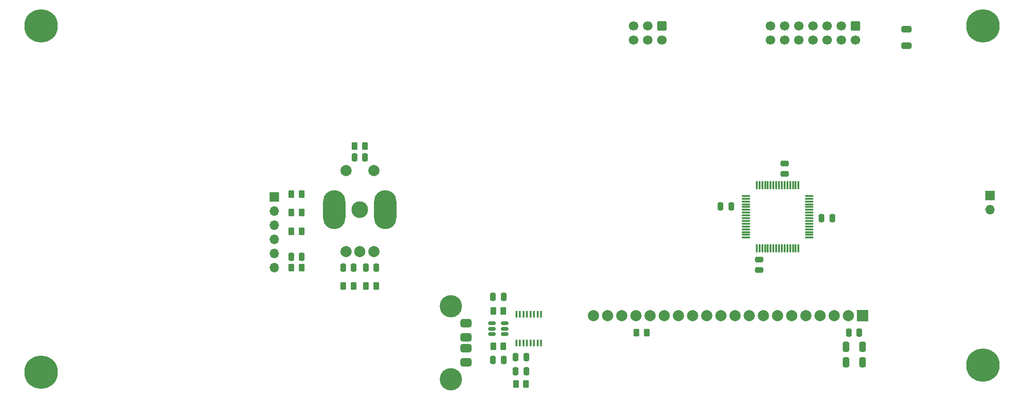
<source format=gts>
G04 #@! TF.GenerationSoftware,KiCad,Pcbnew,8.0.5*
G04 #@! TF.CreationDate,2025-01-18T14:25:39-08:00*
G04 #@! TF.ProjectId,Control,436f6e74-726f-46c2-9e6b-696361645f70,2.1*
G04 #@! TF.SameCoordinates,Original*
G04 #@! TF.FileFunction,Soldermask,Top*
G04 #@! TF.FilePolarity,Negative*
%FSLAX46Y46*%
G04 Gerber Fmt 4.6, Leading zero omitted, Abs format (unit mm)*
G04 Created by KiCad (PCBNEW 8.0.5) date 2025-01-18 14:25:39*
%MOMM*%
%LPD*%
G01*
G04 APERTURE LIST*
G04 Aperture macros list*
%AMRoundRect*
0 Rectangle with rounded corners*
0 $1 Rounding radius*
0 $2 $3 $4 $5 $6 $7 $8 $9 X,Y pos of 4 corners*
0 Add a 4 corners polygon primitive as box body*
4,1,4,$2,$3,$4,$5,$6,$7,$8,$9,$2,$3,0*
0 Add four circle primitives for the rounded corners*
1,1,$1+$1,$2,$3*
1,1,$1+$1,$4,$5*
1,1,$1+$1,$6,$7*
1,1,$1+$1,$8,$9*
0 Add four rect primitives between the rounded corners*
20,1,$1+$1,$2,$3,$4,$5,0*
20,1,$1+$1,$4,$5,$6,$7,0*
20,1,$1+$1,$6,$7,$8,$9,0*
20,1,$1+$1,$8,$9,$2,$3,0*%
G04 Aperture macros list end*
%ADD10RoundRect,0.250000X-0.600000X0.600000X-0.600000X-0.600000X0.600000X-0.600000X0.600000X0.600000X0*%
%ADD11C,1.700000*%
%ADD12R,1.700000X1.700000*%
%ADD13O,1.700000X1.700000*%
%ADD14RoundRect,0.250000X-0.650000X0.325000X-0.650000X-0.325000X0.650000X-0.325000X0.650000X0.325000X0*%
%ADD15RoundRect,0.375000X-0.625000X0.375000X-0.625000X-0.375000X0.625000X-0.375000X0.625000X0.375000X0*%
%ADD16C,4.000000*%
%ADD17RoundRect,0.250000X-0.262500X-0.450000X0.262500X-0.450000X0.262500X0.450000X-0.262500X0.450000X0*%
%ADD18R,0.400000X1.200000*%
%ADD19RoundRect,0.150000X0.512500X0.150000X-0.512500X0.150000X-0.512500X-0.150000X0.512500X-0.150000X0*%
%ADD20RoundRect,0.250000X0.250000X0.475000X-0.250000X0.475000X-0.250000X-0.475000X0.250000X-0.475000X0*%
%ADD21C,0.800000*%
%ADD22C,6.000000*%
%ADD23RoundRect,0.250000X-0.250000X-0.475000X0.250000X-0.475000X0.250000X0.475000X-0.250000X0.475000X0*%
%ADD24RoundRect,0.250000X-0.325000X-0.650000X0.325000X-0.650000X0.325000X0.650000X-0.325000X0.650000X0*%
%ADD25RoundRect,0.250000X0.262500X0.450000X-0.262500X0.450000X-0.262500X-0.450000X0.262500X-0.450000X0*%
%ADD26RoundRect,0.250000X0.475000X-0.250000X0.475000X0.250000X-0.475000X0.250000X-0.475000X-0.250000X0*%
%ADD27RoundRect,0.075000X-0.075000X0.662500X-0.075000X-0.662500X0.075000X-0.662500X0.075000X0.662500X0*%
%ADD28RoundRect,0.075000X-0.662500X0.075000X-0.662500X-0.075000X0.662500X-0.075000X0.662500X0.075000X0*%
%ADD29RoundRect,0.250000X-0.475000X0.250000X-0.475000X-0.250000X0.475000X-0.250000X0.475000X0.250000X0*%
%ADD30O,4.000000X7.000000*%
%ADD31C,3.000000*%
%ADD32C,2.000000*%
%ADD33R,2.000000X2.000000*%
G04 APERTURE END LIST*
D10*
G04 #@! TO.C,MCU1*
X205740000Y-68580000D03*
D11*
X205740000Y-71120000D03*
X203200000Y-68580000D03*
X203200000Y-71120000D03*
X200660000Y-68580000D03*
X200660000Y-71120000D03*
X198120000Y-68580000D03*
X198120000Y-71120000D03*
X195580000Y-68580000D03*
X195580000Y-71120000D03*
X193040000Y-68580000D03*
X193040000Y-71120000D03*
X190500000Y-68580000D03*
X190500000Y-71120000D03*
G04 #@! TD*
D12*
G04 #@! TO.C,SW2*
X229870000Y-99060000D03*
D13*
X229870000Y-101600000D03*
G04 #@! TD*
D14*
G04 #@! TO.C,C10*
X214884000Y-69137000D03*
X214884000Y-72087000D03*
G04 #@! TD*
D15*
G04 #@! TO.C,USB1*
X135844000Y-122013000D03*
X135844000Y-124513000D03*
X135844000Y-126513000D03*
X135844000Y-129013000D03*
D16*
X133134000Y-118943000D03*
X133134000Y-132083000D03*
G04 #@! TD*
D17*
G04 #@! TO.C,R2*
X144837500Y-132879000D03*
X146662500Y-132879000D03*
G04 #@! TD*
G04 #@! TO.C,R3*
X140773500Y-119798000D03*
X142598500Y-119798000D03*
G04 #@! TD*
D18*
G04 #@! TO.C,U3*
X149369500Y-120373000D03*
X148734500Y-120373000D03*
X148099500Y-120373000D03*
X147464500Y-120373000D03*
X146829500Y-120373000D03*
X146194500Y-120373000D03*
X145559500Y-120373000D03*
X144924500Y-120373000D03*
X144924500Y-125573000D03*
X145559500Y-125573000D03*
X146194500Y-125573000D03*
X146829500Y-125573000D03*
X147464500Y-125573000D03*
X148099500Y-125573000D03*
X148734500Y-125573000D03*
X149369500Y-125573000D03*
G04 #@! TD*
D19*
G04 #@! TO.C,U2*
X142823500Y-123923000D03*
X142823500Y-122973000D03*
X142823500Y-122023000D03*
X140548500Y-122023000D03*
X140548500Y-122973000D03*
X140548500Y-123923000D03*
G04 #@! TD*
D17*
G04 #@! TO.C,R4*
X140773500Y-126148000D03*
X142598500Y-126148000D03*
G04 #@! TD*
D20*
G04 #@! TO.C,C5*
X146700000Y-130593000D03*
X144800000Y-130593000D03*
G04 #@! TD*
G04 #@! TO.C,C6*
X142636000Y-117258000D03*
X140736000Y-117258000D03*
G04 #@! TD*
G04 #@! TO.C,C2*
X146700000Y-128053000D03*
X144800000Y-128053000D03*
G04 #@! TD*
G04 #@! TO.C,C4*
X142636000Y-128561000D03*
X140736000Y-128561000D03*
G04 #@! TD*
D21*
G04 #@! TO.C,H1*
X57440000Y-68580000D03*
X58099010Y-66989010D03*
X58099010Y-70170990D03*
X59690000Y-66330000D03*
D22*
X59690000Y-68580000D03*
D21*
X59690000Y-70830000D03*
X61280990Y-66989010D03*
X61280990Y-70170990D03*
X61940000Y-68580000D03*
G04 #@! TD*
G04 #@! TO.C,H2*
X226350000Y-68580000D03*
X227009010Y-66989010D03*
X227009010Y-70170990D03*
X228600000Y-66330000D03*
D22*
X228600000Y-68580000D03*
D21*
X228600000Y-70830000D03*
X230190990Y-66989010D03*
X230190990Y-70170990D03*
X230850000Y-68580000D03*
G04 #@! TD*
G04 #@! TO.C,H3*
X57440000Y-130810000D03*
X58099010Y-129219010D03*
X58099010Y-132400990D03*
X59690000Y-128560000D03*
D22*
X59690000Y-130810000D03*
D21*
X59690000Y-133060000D03*
X61280990Y-129219010D03*
X61280990Y-132400990D03*
X61940000Y-130810000D03*
G04 #@! TD*
G04 #@! TO.C,H4*
X226350000Y-129540000D03*
X227009010Y-127949010D03*
X227009010Y-131130990D03*
X228600000Y-127290000D03*
D22*
X228600000Y-129540000D03*
D21*
X228600000Y-131790000D03*
X230190990Y-127949010D03*
X230190990Y-131130990D03*
X230850000Y-129540000D03*
G04 #@! TD*
D17*
G04 #@! TO.C,R1*
X166473500Y-123698000D03*
X168298500Y-123698000D03*
G04 #@! TD*
D20*
G04 #@! TO.C,C9*
X201544000Y-103124000D03*
X199644000Y-103124000D03*
G04 #@! TD*
D23*
G04 #@! TO.C,C16*
X104518000Y-110036000D03*
X106418000Y-110036000D03*
G04 #@! TD*
D20*
G04 #@! TO.C,C1*
X206436000Y-123698000D03*
X204536000Y-123698000D03*
G04 #@! TD*
G04 #@! TO.C,C15*
X117790000Y-92202000D03*
X115890000Y-92202000D03*
G04 #@! TD*
D24*
G04 #@! TO.C,C12*
X204011000Y-129032000D03*
X206961000Y-129032000D03*
G04 #@! TD*
D25*
G04 #@! TO.C,R10*
X106412500Y-105500000D03*
X104587500Y-105500000D03*
G04 #@! TD*
D24*
G04 #@! TO.C,C11*
X204011000Y-126238000D03*
X206961000Y-126238000D03*
G04 #@! TD*
D26*
G04 #@! TO.C,C8*
X188468000Y-112456000D03*
X188468000Y-110556000D03*
G04 #@! TD*
D23*
G04 #@! TO.C,C13*
X113858000Y-112014000D03*
X115758000Y-112014000D03*
G04 #@! TD*
D25*
G04 #@! TO.C,R9*
X106412500Y-102108000D03*
X104587500Y-102108000D03*
G04 #@! TD*
D12*
G04 #@! TO.C,SW3*
X101500000Y-99340000D03*
D13*
X101500000Y-101880000D03*
X101500000Y-104420000D03*
X101500000Y-106960000D03*
X101500000Y-109500000D03*
X101500000Y-112040000D03*
G04 #@! TD*
D17*
G04 #@! TO.C,R12*
X117959500Y-115316000D03*
X119784500Y-115316000D03*
G04 #@! TD*
D20*
G04 #@! TO.C,C14*
X119822000Y-112014000D03*
X117922000Y-112014000D03*
G04 #@! TD*
D25*
G04 #@! TO.C,R11*
X115720500Y-115316000D03*
X113895500Y-115316000D03*
G04 #@! TD*
G04 #@! TO.C,R8*
X106412500Y-98806000D03*
X104587500Y-98806000D03*
G04 #@! TD*
G04 #@! TO.C,R14*
X106380500Y-112000000D03*
X104555500Y-112000000D03*
G04 #@! TD*
D27*
G04 #@! TO.C,U1*
X195520000Y-97207500D03*
X195020000Y-97207500D03*
X194520000Y-97207500D03*
X194020000Y-97207500D03*
X193520000Y-97207500D03*
X193020000Y-97207500D03*
X192520000Y-97207500D03*
X192020000Y-97207500D03*
X191520000Y-97207500D03*
X191020000Y-97207500D03*
X190520000Y-97207500D03*
X190020000Y-97207500D03*
X189520000Y-97207500D03*
X189020000Y-97207500D03*
X188520000Y-97207500D03*
X188020000Y-97207500D03*
D28*
X186107500Y-99120000D03*
X186107500Y-99620000D03*
X186107500Y-100120000D03*
X186107500Y-100620000D03*
X186107500Y-101120000D03*
X186107500Y-101620000D03*
X186107500Y-102120000D03*
X186107500Y-102620000D03*
X186107500Y-103120000D03*
X186107500Y-103620000D03*
X186107500Y-104120000D03*
X186107500Y-104620000D03*
X186107500Y-105120000D03*
X186107500Y-105620000D03*
X186107500Y-106120000D03*
X186107500Y-106620000D03*
D27*
X188020000Y-108532500D03*
X188520000Y-108532500D03*
X189020000Y-108532500D03*
X189520000Y-108532500D03*
X190020000Y-108532500D03*
X190520000Y-108532500D03*
X191020000Y-108532500D03*
X191520000Y-108532500D03*
X192020000Y-108532500D03*
X192520000Y-108532500D03*
X193020000Y-108532500D03*
X193520000Y-108532500D03*
X194020000Y-108532500D03*
X194520000Y-108532500D03*
X195020000Y-108532500D03*
X195520000Y-108532500D03*
D28*
X197432500Y-106620000D03*
X197432500Y-106120000D03*
X197432500Y-105620000D03*
X197432500Y-105120000D03*
X197432500Y-104620000D03*
X197432500Y-104120000D03*
X197432500Y-103620000D03*
X197432500Y-103120000D03*
X197432500Y-102620000D03*
X197432500Y-102120000D03*
X197432500Y-101620000D03*
X197432500Y-101120000D03*
X197432500Y-100620000D03*
X197432500Y-100120000D03*
X197432500Y-99620000D03*
X197432500Y-99120000D03*
G04 #@! TD*
D29*
G04 #@! TO.C,C3*
X193040000Y-93284000D03*
X193040000Y-95184000D03*
G04 #@! TD*
D10*
G04 #@! TO.C,ISP1*
X171045000Y-68580000D03*
D11*
X171045000Y-71120000D03*
X168505000Y-68580000D03*
X168505000Y-71120000D03*
X165965000Y-68580000D03*
X165965000Y-71120000D03*
G04 #@! TD*
D17*
G04 #@! TO.C,R13*
X115927500Y-90170000D03*
X117752500Y-90170000D03*
G04 #@! TD*
D23*
G04 #@! TO.C,C7*
X181550000Y-101000000D03*
X183450000Y-101000000D03*
G04 #@! TD*
D30*
G04 #@! TO.C,SW1*
X121390000Y-101600000D03*
D31*
X116840000Y-101600000D03*
D30*
X112290000Y-101600000D03*
D32*
X119340000Y-109100000D03*
X114340000Y-109100000D03*
X116840000Y-109100000D03*
X119340000Y-94600000D03*
X114340000Y-94600000D03*
G04 #@! TD*
D33*
G04 #@! TO.C,DISP1*
X207010000Y-120650000D03*
D32*
X204470000Y-120650000D03*
X201930000Y-120650000D03*
X199390000Y-120650000D03*
X196850000Y-120650000D03*
X194310000Y-120650000D03*
X191770000Y-120650000D03*
X189230000Y-120650000D03*
X186690000Y-120650000D03*
X184150000Y-120650000D03*
X181610000Y-120650000D03*
X179070000Y-120650000D03*
X176530000Y-120650000D03*
X173990000Y-120650000D03*
X171450000Y-120650000D03*
X168910000Y-120650000D03*
X166370000Y-120650000D03*
X163830000Y-120650000D03*
X161290000Y-120650000D03*
X158750000Y-120650000D03*
G04 #@! TD*
M02*

</source>
